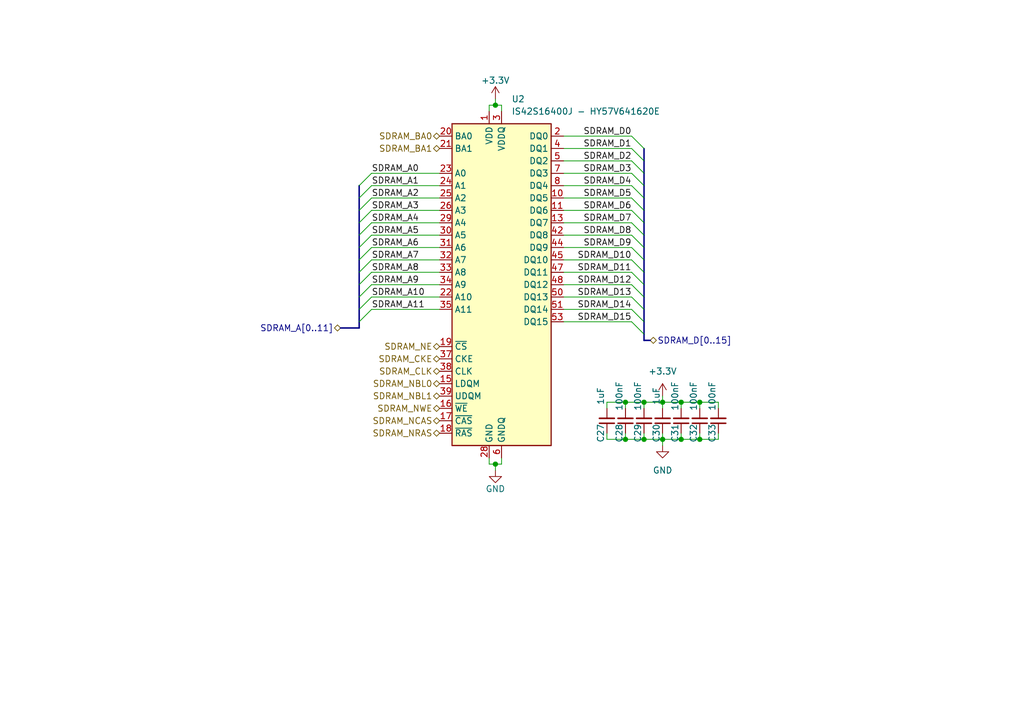
<source format=kicad_sch>
(kicad_sch (version 20230121) (generator eeschema)
  (paper "A5")
  (lib_symbols
    (symbol "Device:C_Small" (pin_numbers hide) (pin_names (offset 0.254) hide)
      (property "Reference" "C" (at 0.254 1.778 0))
      (property "Value" "C_Small" (at 0.254 -2.032 0))
      (symbol "C_Small_0_1"
        (polyline (pts (xy -1.524 -0.508) (xy 1.524 -0.508)) (stroke (width 0.3302)))
        (polyline (pts (xy -1.524 0.508) (xy 1.524 0.508)) (stroke (width 0.3048)))
      )
      (symbol "C_Small_1_1"
        (pin passive line (at 0 2.54 270) (length 2.032) (name "~") (number "1"))
        (pin passive line (at 0 -2.54 90) (length 2.032) (name "~") (number "2"))
      )
    )
    (symbol "Memory_RAM:IS42S16400J-xT"
      (property "Reference" "U" (at -8.89 34.29 0))
      (property "Value" "IS42S16400J-xT" (at 8.89 34.29 0))
      (symbol "IS42S16400J-xT_1_1"
        (rectangle (start -10.16 33.02) (end 10.16 -33.02) (stroke (width 0.254)) (fill (type background)))
        (pin power_in line (at -2.54 35.56 270) (length 2.54) (name "VDD") (number "1"))
        (pin bidirectional line (at 12.7 17.78 180) (length 2.54) (name "DQ5") (number "10"))
        (pin bidirectional line (at 12.7 15.24 180) (length 2.54) (name "DQ6") (number "11"))
        (pin passive line (at 0 -35.56 90) (length 2.54) hide (name "GNDQ") (number "12"))
        (pin bidirectional line (at 12.7 12.7 180) (length 2.54) (name "DQ7") (number "13"))
        (pin passive line (at -2.54 35.56 270) (length 2.54) hide (name "VDD") (number "14"))
        (pin input line (at -12.7 -20.32 0) (length 2.54) (name "LDQM") (number "15"))
        (pin input line (at -12.7 -25.4 0) (length 2.54) (name "~{WE}") (number "16"))
        (pin input line (at -12.7 -27.94 0) (length 2.54) (name "~{CAS}") (number "17"))
        (pin input line (at -12.7 -30.48 0) (length 2.54) (name "~{RAS}") (number "18"))
        (pin input line (at -12.7 -12.7 0) (length 2.54) (name "~{CS}") (number "19"))
        (pin bidirectional line (at 12.7 30.48 180) (length 2.54) (name "DQ0") (number "2"))
        (pin input line (at -12.7 30.48 0) (length 2.54) (name "BA0") (number "20"))
        (pin input line (at -12.7 27.94 0) (length 2.54) (name "BA1") (number "21"))
        (pin input line (at -12.7 -2.54 0) (length 2.54) (name "A10") (number "22"))
        (pin input line (at -12.7 22.86 0) (length 2.54) (name "A0") (number "23"))
        (pin input line (at -12.7 20.32 0) (length 2.54) (name "A1") (number "24"))
        (pin input line (at -12.7 17.78 0) (length 2.54) (name "A2") (number "25"))
        (pin input line (at -12.7 15.24 0) (length 2.54) (name "A3") (number "26"))
        (pin passive line (at -2.54 35.56 270) (length 2.54) hide (name "VDD") (number "27"))
        (pin power_in line (at -2.54 -35.56 90) (length 2.54) (name "GND") (number "28"))
        (pin input line (at -12.7 12.7 0) (length 2.54) (name "A4") (number "29"))
        (pin power_in line (at 0 35.56 270) (length 2.54) (name "VDDQ") (number "3"))
        (pin input line (at -12.7 10.16 0) (length 2.54) (name "A5") (number "30"))
        (pin input line (at -12.7 7.62 0) (length 2.54) (name "A6") (number "31"))
        (pin input line (at -12.7 5.08 0) (length 2.54) (name "A7") (number "32"))
        (pin input line (at -12.7 2.54 0) (length 2.54) (name "A8") (number "33"))
        (pin input line (at -12.7 0 0) (length 2.54) (name "A9") (number "34"))
        (pin input line (at -12.7 -5.08 0) (length 2.54) (name "A11") (number "35"))
        (pin no_connect line (at 10.16 -17.78 180) (length 2.54) hide (name "NC") (number "36"))
        (pin input line (at -12.7 -15.24 0) (length 2.54) (name "CKE") (number "37"))
        (pin input line (at -12.7 -17.78 0) (length 2.54) (name "CLK") (number "38"))
        (pin input line (at -12.7 -22.86 0) (length 2.54) (name "UDQM") (number "39"))
        (pin bidirectional line (at 12.7 27.94 180) (length 2.54) (name "DQ1") (number "4"))
        (pin no_connect line (at 10.16 -20.32 180) (length 2.54) hide (name "NC") (number "40"))
        (pin passive line (at -2.54 -35.56 90) (length 2.54) hide (name "GND") (number "41"))
        (pin bidirectional line (at 12.7 10.16 180) (length 2.54) (name "DQ8") (number "42"))
        (pin passive line (at 0 35.56 270) (length 2.54) hide (name "VDDQ") (number "43"))
        (pin bidirectional line (at 12.7 7.62 180) (length 2.54) (name "DQ9") (number "44"))
        (pin bidirectional line (at 12.7 5.08 180) (length 2.54) (name "DQ10") (number "45"))
        (pin passive line (at 0 -35.56 90) (length 2.54) hide (name "GNDQ") (number "46"))
        (pin bidirectional line (at 12.7 2.54 180) (length 2.54) (name "DQ11") (number "47"))
        (pin bidirectional line (at 12.7 0 180) (length 2.54) (name "DQ12") (number "48"))
        (pin passive line (at 0 35.56 270) (length 2.54) hide (name "VDDQ") (number "49"))
        (pin bidirectional line (at 12.7 25.4 180) (length 2.54) (name "DQ2") (number "5"))
        (pin bidirectional line (at 12.7 -2.54 180) (length 2.54) (name "DQ13") (number "50"))
        (pin bidirectional line (at 12.7 -5.08 180) (length 2.54) (name "DQ14") (number "51"))
        (pin passive line (at 0 -35.56 90) (length 2.54) hide (name "GNDQ") (number "52"))
        (pin bidirectional line (at 12.7 -7.62 180) (length 2.54) (name "DQ15") (number "53"))
        (pin passive line (at -2.54 -35.56 90) (length 2.54) hide (name "GND") (number "54"))
        (pin power_in line (at 0 -35.56 90) (length 2.54) (name "GNDQ") (number "6"))
        (pin bidirectional line (at 12.7 22.86 180) (length 2.54) (name "DQ3") (number "7"))
        (pin bidirectional line (at 12.7 20.32 180) (length 2.54) (name "DQ4") (number "8"))
        (pin passive line (at 0 35.56 270) (length 2.54) hide (name "VDDQ") (number "9"))
      )
    )
    (symbol "power:+3.3V" (power) (pin_names (offset 0))
      (property "Value" "+3.3V" (at 0 3.556 0))
      (symbol "+3.3V_0_1"
        (polyline (pts (xy -0.762 1.27) (xy 0 2.54)))
        (polyline (pts (xy 0 0) (xy 0 2.54)))
        (polyline (pts (xy 0 2.54) (xy 0.762 1.27)))
      )
      (symbol "+3.3V_1_1"
        (pin power_in line (at 0 0 90) (length 0) hide (name "+3.3V") (number "1"))
      )
    )
    (symbol "power:GND" (power) (pin_names (offset 0))
      (property "Value" "GND" (at 0 -3.81 0))
      (symbol "GND_0_1"
        (polyline (pts (xy 0 0) (xy 0 -1.27) (xy 1.27 -1.27) (xy 0 -2.54) (xy -1.27 -1.27) (xy 0 -1.27)))
      )
      (symbol "GND_1_1"
        (pin power_in line (at 0 0 270) (length 0) hide (name "GND") (number "1"))
      )
    )
  )
  (junction (at 101.6 95.25))
  (junction (at 139.7 82.55))
  (junction (at 135.89 90.17))
  (junction (at 143.51 82.55))
  (junction (at 139.7 90.17))
  (junction (at 143.51 90.17))
  (junction (at 135.89 82.55))
  (junction (at 128.27 82.55))
  (junction (at 132.08 90.17))
  (junction (at 101.6 21.59))
  (junction (at 132.08 82.55))
  (junction (at 128.27 90.17))
  (bus_entry (at 73.66 53.34) (size 2.54 -2.54))
  (bus_entry (at 129.54 60.96) (size 2.54 2.54))
  (bus_entry (at 129.54 66.04) (size 2.54 2.54))
  (bus_entry (at 73.66 43.18) (size 2.54 -2.54))
  (bus_entry (at 73.66 50.8) (size 2.54 -2.54))
  (bus_entry (at 73.66 40.64) (size 2.54 -2.54))
  (bus_entry (at 129.54 48.26) (size 2.54 2.54))
  (bus_entry (at 129.54 50.8) (size 2.54 2.54))
  (bus_entry (at 73.66 63.5) (size 2.54 -2.54))
  (bus_entry (at 129.54 30.48) (size 2.54 2.54))
  (bus_entry (at 129.54 35.56) (size 2.54 2.54))
  (bus_entry (at 73.66 38.1) (size 2.54 -2.54))
  (bus_entry (at 129.54 58.42) (size 2.54 2.54))
  (bus_entry (at 129.54 43.18) (size 2.54 2.54))
  (bus_entry (at 129.54 27.94) (size 2.54 2.54))
  (bus_entry (at 73.66 60.96) (size 2.54 -2.54))
  (bus_entry (at 73.66 58.42) (size 2.54 -2.54))
  (bus_entry (at 129.54 40.64) (size 2.54 2.54))
  (bus_entry (at 129.54 45.72) (size 2.54 2.54))
  (bus_entry (at 73.66 55.88) (size 2.54 -2.54))
  (bus_entry (at 129.54 63.5) (size 2.54 2.54))
  (bus_entry (at 129.54 33.02) (size 2.54 2.54))
  (bus_entry (at 129.54 53.34) (size 2.54 2.54))
  (bus_entry (at 129.54 38.1) (size 2.54 2.54))
  (bus_entry (at 73.66 48.26) (size 2.54 -2.54))
  (bus_entry (at 129.54 55.88) (size 2.54 2.54))
  (bus_entry (at 73.66 66.04) (size 2.54 -2.54))
  (bus_entry (at 73.66 45.72) (size 2.54 -2.54))
  (bus (pts (xy 132.08 68.58) (xy 132.08 69.85)))
  (wire (pts (xy 139.7 82.55) (xy 139.7 83.82)))
  (wire (pts (xy 115.57 40.64) (xy 129.54 40.64)))
  (wire (pts (xy 100.33 95.25) (xy 101.6 95.25)))
  (wire (pts (xy 76.2 43.18) (xy 90.17 43.18)))
  (wire (pts (xy 76.2 35.56) (xy 90.17 35.56)))
  (bus (pts (xy 73.66 38.1) (xy 73.66 40.64)))
  (wire (pts (xy 76.2 45.72) (xy 90.17 45.72)))
  (wire (pts (xy 147.32 82.55) (xy 143.51 82.55)))
  (wire (pts (xy 115.57 43.18) (xy 129.54 43.18)))
  (wire (pts (xy 132.08 90.17) (xy 128.27 90.17)))
  (wire (pts (xy 102.87 21.59) (xy 102.87 22.86)))
  (wire (pts (xy 76.2 53.34) (xy 90.17 53.34)))
  (wire (pts (xy 124.46 82.55) (xy 128.27 82.55)))
  (bus (pts (xy 132.08 63.5) (xy 132.08 66.04)))
  (wire (pts (xy 115.57 27.94) (xy 129.54 27.94)))
  (wire (pts (xy 100.33 22.86) (xy 100.33 21.59)))
  (bus (pts (xy 73.66 66.04) (xy 73.66 67.31)))
  (wire (pts (xy 135.89 90.17) (xy 135.89 88.9)))
  (wire (pts (xy 143.51 82.55) (xy 143.51 83.82)))
  (bus (pts (xy 132.08 35.56) (xy 132.08 38.1)))
  (wire (pts (xy 76.2 58.42) (xy 90.17 58.42)))
  (wire (pts (xy 128.27 82.55) (xy 128.27 83.82)))
  (bus (pts (xy 132.08 43.18) (xy 132.08 45.72)))
  (wire (pts (xy 128.27 88.9) (xy 128.27 90.17)))
  (bus (pts (xy 132.08 40.64) (xy 132.08 43.18)))
  (wire (pts (xy 115.57 30.48) (xy 129.54 30.48)))
  (wire (pts (xy 115.57 58.42) (xy 129.54 58.42)))
  (bus (pts (xy 73.66 43.18) (xy 73.66 45.72)))
  (bus (pts (xy 132.08 60.96) (xy 132.08 63.5)))
  (wire (pts (xy 115.57 66.04) (xy 129.54 66.04)))
  (wire (pts (xy 143.51 90.17) (xy 139.7 90.17)))
  (bus (pts (xy 132.08 48.26) (xy 132.08 50.8)))
  (wire (pts (xy 139.7 82.55) (xy 143.51 82.55)))
  (wire (pts (xy 143.51 88.9) (xy 143.51 90.17)))
  (wire (pts (xy 135.89 90.17) (xy 135.89 91.44)))
  (wire (pts (xy 147.32 90.17) (xy 143.51 90.17)))
  (wire (pts (xy 101.6 95.25) (xy 101.6 96.52)))
  (bus (pts (xy 132.08 45.72) (xy 132.08 48.26)))
  (wire (pts (xy 76.2 40.64) (xy 90.17 40.64)))
  (wire (pts (xy 115.57 55.88) (xy 129.54 55.88)))
  (bus (pts (xy 132.08 50.8) (xy 132.08 53.34)))
  (wire (pts (xy 135.89 81.28) (xy 135.89 82.55)))
  (wire (pts (xy 76.2 55.88) (xy 90.17 55.88)))
  (bus (pts (xy 73.66 58.42) (xy 73.66 60.96)))
  (bus (pts (xy 73.66 50.8) (xy 73.66 53.34)))
  (wire (pts (xy 101.6 21.59) (xy 102.87 21.59)))
  (wire (pts (xy 115.57 50.8) (xy 129.54 50.8)))
  (wire (pts (xy 101.6 95.25) (xy 102.87 95.25)))
  (wire (pts (xy 76.2 48.26) (xy 90.17 48.26)))
  (wire (pts (xy 115.57 60.96) (xy 129.54 60.96)))
  (bus (pts (xy 132.08 55.88) (xy 132.08 58.42)))
  (wire (pts (xy 76.2 38.1) (xy 90.17 38.1)))
  (bus (pts (xy 73.66 48.26) (xy 73.66 50.8)))
  (wire (pts (xy 115.57 48.26) (xy 129.54 48.26)))
  (wire (pts (xy 132.08 88.9) (xy 132.08 90.17)))
  (wire (pts (xy 100.33 21.59) (xy 101.6 21.59)))
  (wire (pts (xy 135.89 82.55) (xy 139.7 82.55)))
  (bus (pts (xy 132.08 69.85) (xy 133.35 69.85)))
  (wire (pts (xy 101.6 20.32) (xy 101.6 21.59)))
  (wire (pts (xy 128.27 90.17) (xy 124.46 90.17)))
  (wire (pts (xy 102.87 93.98) (xy 102.87 95.25)))
  (bus (pts (xy 132.08 30.48) (xy 132.08 33.02)))
  (wire (pts (xy 115.57 45.72) (xy 129.54 45.72)))
  (wire (pts (xy 132.08 82.55) (xy 132.08 83.82)))
  (wire (pts (xy 115.57 53.34) (xy 129.54 53.34)))
  (wire (pts (xy 115.57 63.5) (xy 129.54 63.5)))
  (bus (pts (xy 132.08 58.42) (xy 132.08 60.96)))
  (wire (pts (xy 132.08 90.17) (xy 135.89 90.17)))
  (bus (pts (xy 132.08 66.04) (xy 132.08 68.58)))
  (bus (pts (xy 132.08 38.1) (xy 132.08 40.64)))
  (bus (pts (xy 132.08 33.02) (xy 132.08 35.56)))
  (wire (pts (xy 76.2 63.5) (xy 90.17 63.5)))
  (bus (pts (xy 73.66 60.96) (xy 73.66 63.5)))
  (bus (pts (xy 73.66 55.88) (xy 73.66 58.42)))
  (wire (pts (xy 147.32 83.82) (xy 147.32 82.55)))
  (wire (pts (xy 76.2 60.96) (xy 90.17 60.96)))
  (wire (pts (xy 124.46 90.17) (xy 124.46 88.9)))
  (bus (pts (xy 73.66 63.5) (xy 73.66 66.04)))
  (wire (pts (xy 139.7 88.9) (xy 139.7 90.17)))
  (wire (pts (xy 115.57 33.02) (xy 129.54 33.02)))
  (bus (pts (xy 69.85 67.31) (xy 73.66 67.31)))
  (bus (pts (xy 73.66 40.64) (xy 73.66 43.18)))
  (wire (pts (xy 115.57 35.56) (xy 129.54 35.56)))
  (wire (pts (xy 124.46 83.82) (xy 124.46 82.55)))
  (bus (pts (xy 132.08 53.34) (xy 132.08 55.88)))
  (wire (pts (xy 128.27 82.55) (xy 132.08 82.55)))
  (wire (pts (xy 147.32 88.9) (xy 147.32 90.17)))
  (wire (pts (xy 100.33 93.98) (xy 100.33 95.25)))
  (wire (pts (xy 139.7 90.17) (xy 135.89 90.17)))
  (wire (pts (xy 76.2 50.8) (xy 90.17 50.8)))
  (wire (pts (xy 132.08 82.55) (xy 135.89 82.55)))
  (bus (pts (xy 73.66 53.34) (xy 73.66 55.88)))
  (wire (pts (xy 135.89 83.82) (xy 135.89 82.55)))
  (wire (pts (xy 115.57 38.1) (xy 129.54 38.1)))
  (bus (pts (xy 73.66 45.72) (xy 73.66 48.26)))
  (label "SDRAM_A2" (at 76.2 40.64 0))
  (label "SDRAM_D13" (at 129.54 60.96 180))
  (label "SDRAM_D15" (at 129.54 66.04 180))
  (label "SDRAM_D14" (at 129.54 63.5 180))
  (label "SDRAM_A4" (at 76.2 45.72 0))
  (label "SDRAM_D5" (at 129.54 40.64 180))
  (label "SDRAM_A3" (at 76.2 43.18 0))
  (label "SDRAM_D0" (at 129.54 27.94 180))
  (label "SDRAM_D7" (at 129.54 45.72 180))
  (label "SDRAM_D2" (at 129.54 33.02 180))
  (label "SDRAM_D12" (at 129.54 58.42 180))
  (label "SDRAM_A9" (at 76.2 58.42 0))
  (label "SDRAM_A8" (at 76.2 55.88 0))
  (label "SDRAM_D6" (at 129.54 43.18 180))
  (label "SDRAM_D8" (at 129.54 48.26 180))
  (label "SDRAM_D3" (at 129.54 35.56 180))
  (label "SDRAM_D10" (at 129.54 53.34 180))
  (label "SDRAM_A6" (at 76.2 50.8 0))
  (label "SDRAM_D1" (at 129.54 30.48 180))
  (label "SDRAM_A0" (at 76.2 35.56 0))
  (label "SDRAM_A7" (at 76.2 53.34 0))
  (label "SDRAM_A11" (at 76.2 63.5 0))
  (label "SDRAM_D4" (at 129.54 38.1 180))
  (label "SDRAM_A5" (at 76.2 48.26 0))
  (label "SDRAM_D9" (at 129.54 50.8 180))
  (label "SDRAM_A10" (at 76.2 60.96 0))
  (label "SDRAM_D11" (at 129.54 55.88 180))
  (label "SDRAM_A1" (at 76.2 38.1 0))
  (hierarchical_label "SDRAM_BA1" (shape bidirectional) (at 90.17 30.48 180))
  (hierarchical_label "SDRAM_NE" (shape bidirectional) (at 90.17 71.12 180))
  (hierarchical_label "SDRAM_NWE" (shape bidirectional) (at 90.17 83.82 180))
  (hierarchical_label "SDRAM_NBL1" (shape bidirectional) (at 90.17 81.28 180))
  (hierarchical_label "SDRAM_NRAS" (shape bidirectional) (at 90.17 88.9 180))
  (hierarchical_label "SDRAM_NCAS" (shape bidirectional) (at 90.17 86.36 180))
  (hierarchical_label "SDRAM_CKE" (shape bidirectional) (at 90.17 73.66 180))
  (hierarchical_label "SDRAM_NBL0" (shape bidirectional) (at 90.17 78.74 180))
  (hierarchical_label "SDRAM_A[0..11]" (shape bidirectional) (at 69.85 67.31 180))
  (hierarchical_label "SDRAM_BA0" (shape bidirectional) (at 90.17 27.94 180))
  (hierarchical_label "SDRAM_D[0..15]" (shape bidirectional) (at 133.35 69.85 0))
  (hierarchical_label "SDRAM_CLK" (shape bidirectional) (at 90.17 76.2 180))
  (symbol (lib_id "power:GND") (at 135.89 91.44 0) (mirror y) (unit 1)
    (property "Reference" "#PWR038" (effects hide))
    (property "Value" "GND" (at 135.89 96.52 0))
  )
  (symbol (lib_id "power:GND") (at 101.6 96.52 0) (unit 1)
    (property "Reference" "#PWR036" (effects hide))
    (property "Value" "GND" (at 101.6 100.33 0))
  )
  (symbol (lib_id "power:+3.3V") (at 135.89 81.28 0) (mirror y) (unit 1)
    (property "Reference" "#PWR037" (effects hide))
    (property "Value" "+3.3V" (at 135.89 76.2 0))
  )
  (symbol (lib_id "Device:C_Small") (at 143.51 86.36 180) (unit 1)
    (property "Reference" "C32" (at 142.24 88.9 90))
    (property "Value" "100nF" (at 142.24 81.28 90))
    (property "Footprint" "Anh_Footprints:C_0603" (effects hide))
  )
  (symbol (lib_id "power:+3.3V") (at 101.6 20.32 0) (unit 1)
    (property "Reference" "#PWR035" (effects hide))
    (property "Value" "+3.3V" (at 101.6 16.51 0))
  )
  (symbol (lib_id "Memory_RAM:IS42S16400J-xT") (at 102.87 58.42 0) (unit 1)
    (property "Reference" "U2" (at 104.8894 20.32 0) (effects (justify left)))
    (property "Value" "IS42S16400J - HY57V641620E" (at 104.8894 22.86 0) (effects (justify left)))
    (property "Footprint" "Anh_Footprints:TSOP-II-54_22.2x10.16" (effects hide))
    (property "Datasheet" "http://www.issi.com/WW/pdf/42-45S16400J.pdf" (effects hide))
  )
  (symbol (lib_id "Device:C_Small") (at 135.89 86.36 180) (unit 1)
    (property "Reference" "C30" (at 134.62 88.9 90))
    (property "Value" "1uF" (at 134.62 81.28 90))
    (property "Footprint" "Anh_Footprints:C_0603" (effects hide))
  )
  (symbol (lib_id "Device:C_Small") (at 132.08 86.36 180) (unit 1)
    (property "Reference" "C29" (at 130.81 88.9 90))
    (property "Value" "100nF" (at 130.81 81.28 90))
    (property "Footprint" "Anh_Footprints:C_0603" (effects hide))
  )
  (symbol (lib_id "Device:C_Small") (at 147.32 86.36 180) (unit 1)
    (property "Reference" "C33" (at 146.05 88.9 90))
    (property "Value" "100nF" (at 146.05 81.28 90))
    (property "Footprint" "Anh_Footprints:C_0603" (effects hide))
  )
  (symbol (lib_id "Device:C_Small") (at 139.7 86.36 180) (unit 1)
    (property "Reference" "C31" (at 138.43 88.9 90))
    (property "Value" "100nF" (at 138.43 81.28 90))
    (property "Footprint" "Anh_Footprints:C_0603" (effects hide))
  )
  (symbol (lib_id "Device:C_Small") (at 128.27 86.36 180) (unit 1)
    (property "Reference" "C28" (at 127 88.9 90))
    (property "Value" "100nF" (at 127 81.28 90))
    (property "Footprint" "Anh_Footprints:C_0603" (effects hide))
  )
  (symbol (lib_id "Device:C_Small") (at 124.46 86.36 180) (unit 1)
    (property "Reference" "C27" (at 123.19 88.9 90))
    (property "Value" "1uF" (at 123.19 81.28 90))
    (property "Footprint" "Anh_Footprints:C_0603" (effects hide))
  )
)
</source>
